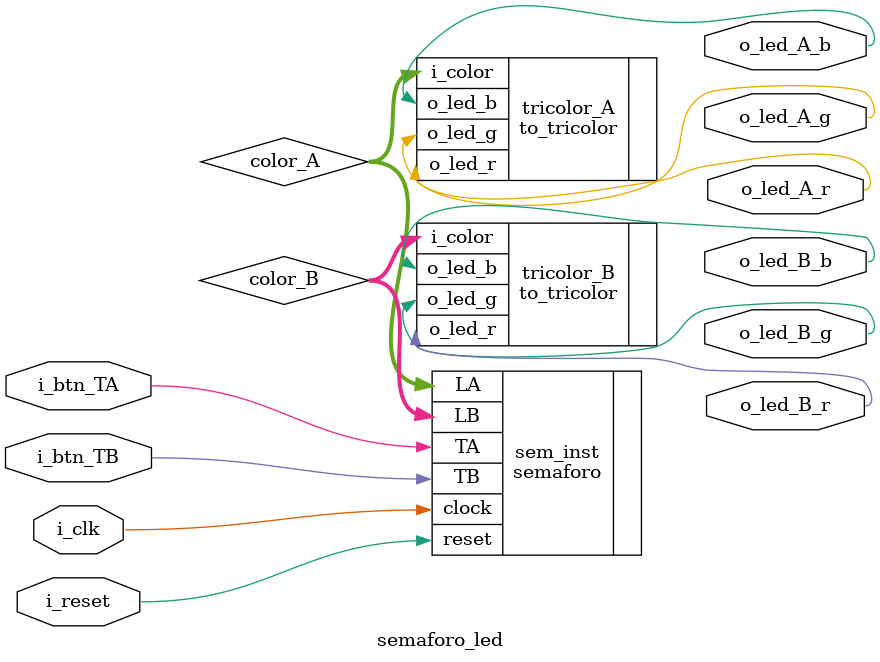
<source format=sv>
module semaforo_led(
        input  logic i_clk, i_reset,
        input  logic i_btn_TA, i_btn_TB,
        output logic o_led_A_r, o_led_A_g, o_led_A_b,
        output logic o_led_B_r, o_led_B_g, o_led_B_b
    );

    logic [1:0] color_A;
    logic [1:0] color_B;

    semaforo sem_inst (
        .clock (i_clk),
        .reset (i_reset),
        .TA    (i_btn_TA),
        .TB    (i_btn_TB),
        .LA    (color_A),
        .LB    (color_B)
    );

    to_tricolor tricolor_A (
        .i_color(color_A),
        .o_led_r(o_led_A_r),
        .o_led_g(o_led_A_g),
        .o_led_b(o_led_A_b)
    );

    to_tricolor tricolor_B (
        .i_color(color_B),
        .o_led_r(o_led_B_r),
        .o_led_g(o_led_B_g),
        .o_led_b(o_led_B_b)
    );

endmodule
</source>
